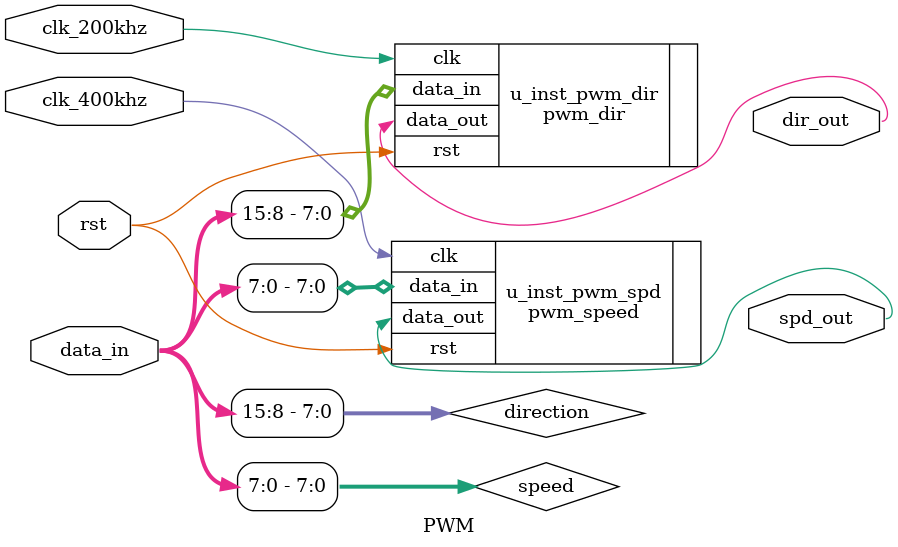
<source format=sv>
`timescale 1ns / 1ps


module PWM(
    input clk_400khz,
    input clk_200khz,
    input rst,
    input [15:0] data_in,
    output spd_out,
    output dir_out
    );

    logic [7:0] direction;
    logic [7:0] speed;
    
    assign direction = data_in[15:8];
    assign speed = data_in[7:0];

    pwm_speed u_inst_pwm_spd(
        .clk(clk_400khz),
        .rst(rst),
        .data_in(speed),
        .data_out(spd_out));

    pwm_dir u_inst_pwm_dir(
        .clk(clk_200khz),
        .rst(rst),
        .data_in(direction),
        .data_out(dir_out));

endmodule

</source>
